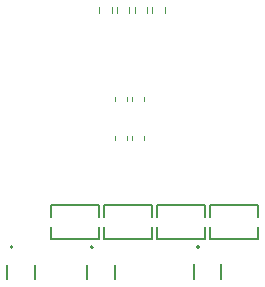
<source format=gbo>
%TF.GenerationSoftware,KiCad,Pcbnew,8.0.3*%
%TF.CreationDate,2024-08-10T21:36:20-07:00*%
%TF.ProjectId,v2,76322e6b-6963-4616-945f-706362585858,rev?*%
%TF.SameCoordinates,Original*%
%TF.FileFunction,Legend,Bot*%
%TF.FilePolarity,Positive*%
%FSLAX46Y46*%
G04 Gerber Fmt 4.6, Leading zero omitted, Abs format (unit mm)*
G04 Created by KiCad (PCBNEW 8.0.3) date 2024-08-10 21:36:20*
%MOMM*%
%LPD*%
G01*
G04 APERTURE LIST*
%ADD10C,0.120000*%
%ADD11C,0.127000*%
%ADD12C,0.200000*%
G04 APERTURE END LIST*
D10*
%TO.C,R9*%
X134822500Y-81645276D02*
X134822500Y-82154724D01*
X133777500Y-81645276D02*
X133777500Y-82154724D01*
%TO.C,R7*%
X137822500Y-81645276D02*
X137822500Y-82154724D01*
X136777500Y-81645276D02*
X136777500Y-82154724D01*
%TO.C,R8*%
X136322500Y-81645276D02*
X136322500Y-82154724D01*
X135277500Y-81645276D02*
X135277500Y-82154724D01*
%TO.C,R3*%
X139322500Y-81645276D02*
X139322500Y-82154724D01*
X138277500Y-81645276D02*
X138277500Y-82154724D01*
D11*
%TO.C,U9*%
X125980000Y-104685000D02*
X125980000Y-103435000D01*
X128320000Y-104685000D02*
X128320000Y-103435000D01*
D12*
X126448000Y-101960000D02*
G75*
G02*
X126248000Y-101960000I-100000J0D01*
G01*
X126248000Y-101960000D02*
G75*
G02*
X126448000Y-101960000I100000J0D01*
G01*
D11*
%TO.C,U4*%
X132780000Y-104685000D02*
X132780000Y-103435000D01*
X135120000Y-104685000D02*
X135120000Y-103435000D01*
D12*
X133248000Y-101960000D02*
G75*
G02*
X133048000Y-101960000I-100000J0D01*
G01*
X133048000Y-101960000D02*
G75*
G02*
X133248000Y-101960000I100000J0D01*
G01*
D11*
%TO.C,U3*%
X141780000Y-104665000D02*
X141780000Y-103415000D01*
X144120000Y-104665000D02*
X144120000Y-103415000D01*
D12*
X142248000Y-101940000D02*
G75*
G02*
X142048000Y-101940000I-100000J0D01*
G01*
X142048000Y-101940000D02*
G75*
G02*
X142248000Y-101940000I100000J0D01*
G01*
D10*
%TO.C,C11*%
X137610000Y-92846267D02*
X137610000Y-92553733D01*
X136590000Y-92846267D02*
X136590000Y-92553733D01*
%TO.C,C10*%
X136100000Y-92846267D02*
X136100000Y-92553733D01*
X135080000Y-92846267D02*
X135080000Y-92553733D01*
%TO.C,C6*%
X136100000Y-89253733D02*
X136100000Y-89546267D01*
X135080000Y-89253733D02*
X135080000Y-89546267D01*
%TO.C,C4*%
X136590000Y-89253733D02*
X136590000Y-89546267D01*
X137610000Y-89253733D02*
X137610000Y-89546267D01*
D12*
%TO.C,CN4*%
X129675000Y-98360000D02*
X133725000Y-98360000D01*
X133725000Y-98360000D02*
X133725000Y-99380000D01*
X133725000Y-101300000D02*
X133725000Y-100280000D01*
X129675000Y-101300000D02*
X133725000Y-101300000D01*
X129675000Y-99380000D02*
X129675000Y-98360000D01*
X129675000Y-100280000D02*
X129675000Y-101300000D01*
%TO.C,CN3*%
X134175000Y-98360000D02*
X138225000Y-98360000D01*
X138225000Y-98360000D02*
X138225000Y-99380000D01*
X138225000Y-101300000D02*
X138225000Y-100280000D01*
X134175000Y-101300000D02*
X138225000Y-101300000D01*
X134175000Y-99380000D02*
X134175000Y-98360000D01*
X134175000Y-100280000D02*
X134175000Y-101300000D01*
%TO.C,CN2*%
X138675000Y-98360000D02*
X142725000Y-98360000D01*
X142725000Y-98360000D02*
X142725000Y-99380000D01*
X142725000Y-101300000D02*
X142725000Y-100280000D01*
X138675000Y-101300000D02*
X142725000Y-101300000D01*
X138675000Y-99380000D02*
X138675000Y-98360000D01*
X138675000Y-100280000D02*
X138675000Y-101300000D01*
%TO.C,CN1*%
X143175000Y-98360000D02*
X147225000Y-98360000D01*
X147225000Y-98360000D02*
X147225000Y-99380000D01*
X147225000Y-101300000D02*
X147225000Y-100280000D01*
X143175000Y-101300000D02*
X147225000Y-101300000D01*
X143175000Y-99380000D02*
X143175000Y-98360000D01*
X143175000Y-100280000D02*
X143175000Y-101300000D01*
%TD*%
M02*

</source>
